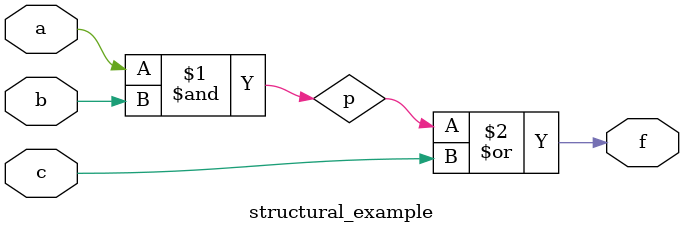
<source format=v>
module structural_example (
    // Three input signals.
    input a,
    input b,
    input c,
    // One output signal.
    output f
);

    // One intermediate wire.
    wire p;
    // Two gates specifying name, output, and inputs.
    and g1 (p, a, b);
    or g2 (f, p, c);

endmodule

</source>
